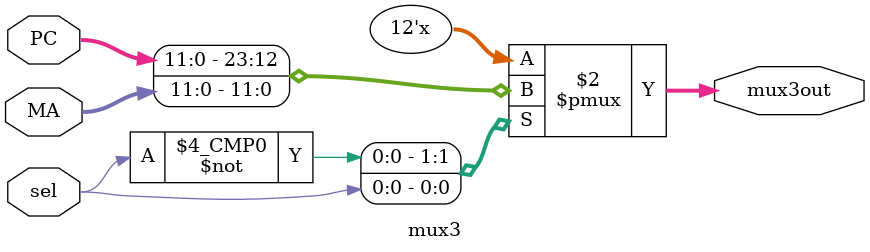
<source format=v>
`timescale 1ns / 1ps
module mux3(
input [11:0] PC,
input [11:0] MA,
input sel,
output reg[11:0] mux3out
    );

always @ (PC or MA or sel)begin
	case (sel)
		0: mux3out = PC;
		1: mux3out = MA;
	endcase
end

endmodule 
</source>
